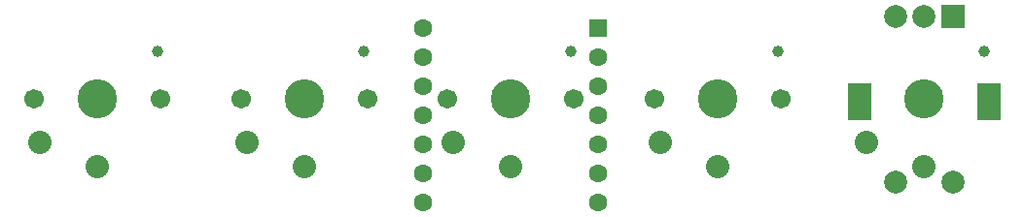
<source format=gbr>
%TF.GenerationSoftware,KiCad,Pcbnew,8.0.6*%
%TF.CreationDate,2024-11-27T16:10:29-06:00*%
%TF.ProjectId,hotdog_pad,686f7464-6f67-45f7-9061-642e6b696361,rev?*%
%TF.SameCoordinates,Original*%
%TF.FileFunction,Soldermask,Bot*%
%TF.FilePolarity,Negative*%
%FSLAX46Y46*%
G04 Gerber Fmt 4.6, Leading zero omitted, Abs format (unit mm)*
G04 Created by KiCad (PCBNEW 8.0.6) date 2024-11-27 16:10:29*
%MOMM*%
%LPD*%
G01*
G04 APERTURE LIST*
%ADD10C,1.701800*%
%ADD11C,3.429000*%
%ADD12C,0.990600*%
%ADD13C,2.032000*%
%ADD14R,2.000000X2.000000*%
%ADD15C,2.000000*%
%ADD16R,2.000000X3.200000*%
%ADD17R,1.600000X1.600000*%
%ADD18C,1.600000*%
G04 APERTURE END LIST*
D10*
%TO.C,SW6*%
X155780000Y-46700000D03*
D11*
X161280000Y-46700000D03*
D12*
X166500000Y-42500000D03*
D10*
X166780000Y-46700000D03*
D13*
X161280000Y-52600000D03*
X156280000Y-50500000D03*
%TD*%
D10*
%TO.C,SW1*%
X83780000Y-46700000D03*
D11*
X89280000Y-46700000D03*
D12*
X94500000Y-42500000D03*
D10*
X94780000Y-46700000D03*
D13*
X89280000Y-52600000D03*
X84280000Y-50500000D03*
%TD*%
D10*
%TO.C,SW3*%
X119780000Y-46700000D03*
D11*
X125280000Y-46700000D03*
D12*
X130500000Y-42500000D03*
D10*
X130780000Y-46700000D03*
D13*
X125280000Y-52600000D03*
X120280000Y-50500000D03*
%TD*%
D10*
%TO.C,SW4*%
X137780000Y-46700000D03*
D11*
X143280000Y-46700000D03*
D12*
X148500000Y-42500000D03*
D10*
X148780000Y-46700000D03*
D13*
X143280000Y-52600000D03*
X138280000Y-50500000D03*
%TD*%
D10*
%TO.C,SW2*%
X101780000Y-46700000D03*
D11*
X107280000Y-46700000D03*
D12*
X112500000Y-42500000D03*
D10*
X112780000Y-46700000D03*
D13*
X107280000Y-52600000D03*
X102280000Y-50500000D03*
%TD*%
D14*
%TO.C,SW5*%
X163780000Y-39450000D03*
D15*
X158780000Y-39450000D03*
X161280000Y-39450000D03*
D16*
X166880000Y-46950000D03*
X155680000Y-46950000D03*
D15*
X158780000Y-53950000D03*
X163780000Y-53950000D03*
%TD*%
D17*
%TO.C,U1*%
X132900000Y-40500000D03*
D18*
X132900000Y-43040000D03*
X132900000Y-45580000D03*
X132900000Y-48120000D03*
X132900000Y-50660000D03*
X132900000Y-53200000D03*
X132900000Y-55740000D03*
X117660000Y-55740000D03*
X117660000Y-53200000D03*
X117660000Y-50660000D03*
X117660000Y-48120000D03*
X117660000Y-45580000D03*
X117660000Y-43040000D03*
X117660000Y-40500000D03*
%TD*%
M02*

</source>
